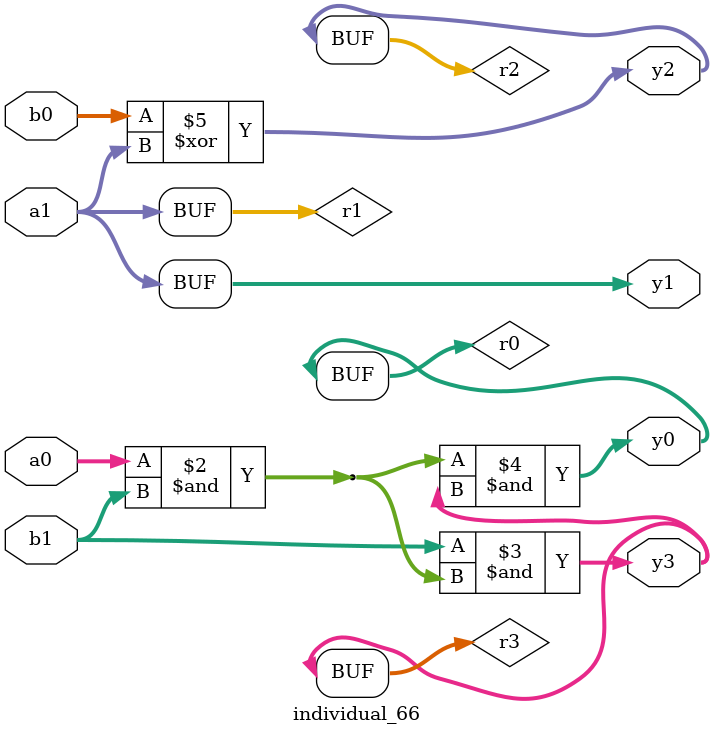
<source format=sv>
module individual_66(input logic [15:0] a1, input logic [15:0] a0, input logic [15:0] b1, input logic [15:0] b0, output logic [15:0] y3, output logic [15:0] y2, output logic [15:0] y1, output logic [15:0] y0);
logic [15:0] r0, r1, r2, r3; 
 always@(*) begin 
	 r0 = a0; r1 = a1; r2 = b0; r3 = b1; 
 	 r0  &=  b1 ;
 	 r3  &=  r0 ;
 	 r0  &=  r3 ;
 	 r2  ^=  r1 ;
 	 y3 = r3; y2 = r2; y1 = r1; y0 = r0; 
end
endmodule
</source>
